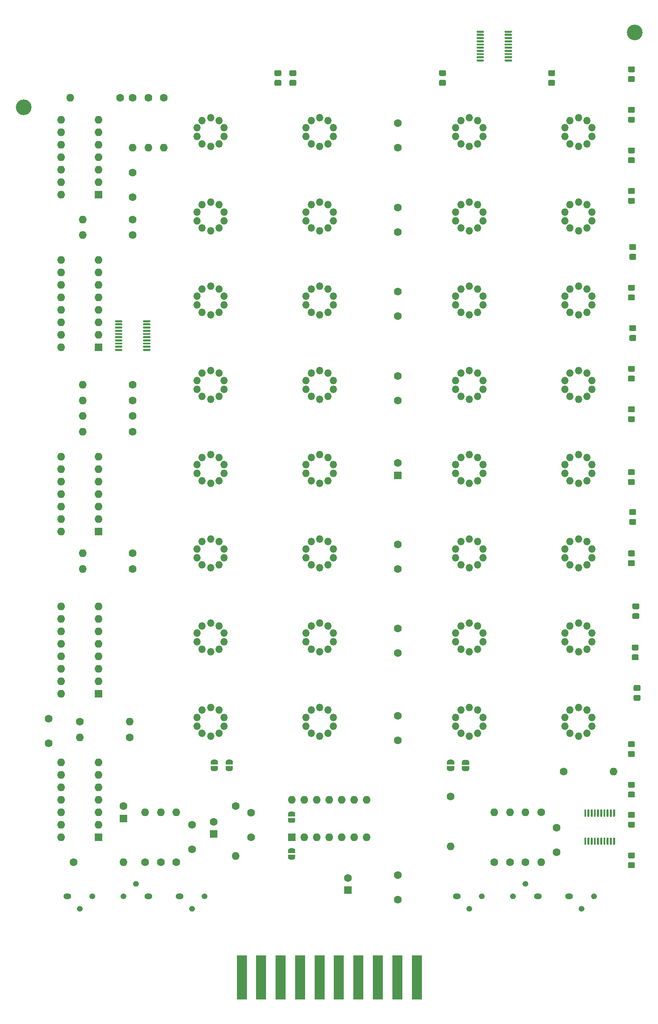
<source format=gbs>
G04 #@! TF.GenerationSoftware,KiCad,Pcbnew,(5.1.12)-1*
G04 #@! TF.CreationDate,2023-07-18T15:35:10+01:00*
G04 #@! TF.ProjectId,Memory,4d656d6f-7279-42e6-9b69-6361645f7063,rev?*
G04 #@! TF.SameCoordinates,Original*
G04 #@! TF.FileFunction,Soldermask,Bot*
G04 #@! TF.FilePolarity,Negative*
%FSLAX46Y46*%
G04 Gerber Fmt 4.6, Leading zero omitted, Abs format (unit mm)*
G04 Created by KiCad (PCBNEW (5.1.12)-1) date 2023-07-18 15:35:10*
%MOMM*%
%LPD*%
G01*
G04 APERTURE LIST*
%ADD10C,3.200000*%
%ADD11C,0.100000*%
%ADD12R,2.000000X9.000000*%
%ADD13O,1.600000X1.600000*%
%ADD14R,1.600000X1.600000*%
%ADD15C,1.600000*%
%ADD16O,1.500000X1.500000*%
%ADD17O,1.200000X1.200000*%
%ADD18O,1.600000X1.200000*%
G04 APERTURE END LIST*
D10*
X172085000Y-1905000D03*
X47625000Y-17145000D03*
D11*
G36*
X87236398Y-151765000D02*
G01*
X87236398Y-151789534D01*
X87231588Y-151838365D01*
X87222016Y-151886490D01*
X87207772Y-151933445D01*
X87188995Y-151978778D01*
X87165864Y-152022051D01*
X87138604Y-152062850D01*
X87107476Y-152100779D01*
X87072779Y-152135476D01*
X87034850Y-152166604D01*
X86994051Y-152193864D01*
X86950778Y-152216995D01*
X86905445Y-152235772D01*
X86858490Y-152250016D01*
X86810365Y-152259588D01*
X86761534Y-152264398D01*
X86737000Y-152264398D01*
X86737000Y-152265000D01*
X86237000Y-152265000D01*
X86237000Y-152264398D01*
X86212466Y-152264398D01*
X86163635Y-152259588D01*
X86115510Y-152250016D01*
X86068555Y-152235772D01*
X86023222Y-152216995D01*
X85979949Y-152193864D01*
X85939150Y-152166604D01*
X85901221Y-152135476D01*
X85866524Y-152100779D01*
X85835396Y-152062850D01*
X85808136Y-152022051D01*
X85785005Y-151978778D01*
X85766228Y-151933445D01*
X85751984Y-151886490D01*
X85742412Y-151838365D01*
X85737602Y-151789534D01*
X85737602Y-151765000D01*
X85737000Y-151765000D01*
X85737000Y-151265000D01*
X87237000Y-151265000D01*
X87237000Y-151765000D01*
X87236398Y-151765000D01*
G37*
G36*
X85737000Y-150965000D02*
G01*
X85737000Y-150465000D01*
X85737602Y-150465000D01*
X85737602Y-150440466D01*
X85742412Y-150391635D01*
X85751984Y-150343510D01*
X85766228Y-150296555D01*
X85785005Y-150251222D01*
X85808136Y-150207949D01*
X85835396Y-150167150D01*
X85866524Y-150129221D01*
X85901221Y-150094524D01*
X85939150Y-150063396D01*
X85979949Y-150036136D01*
X86023222Y-150013005D01*
X86068555Y-149994228D01*
X86115510Y-149979984D01*
X86163635Y-149970412D01*
X86212466Y-149965602D01*
X86237000Y-149965602D01*
X86237000Y-149965000D01*
X86737000Y-149965000D01*
X86737000Y-149965602D01*
X86761534Y-149965602D01*
X86810365Y-149970412D01*
X86858490Y-149979984D01*
X86905445Y-149994228D01*
X86950778Y-150013005D01*
X86994051Y-150036136D01*
X87034850Y-150063396D01*
X87072779Y-150094524D01*
X87107476Y-150129221D01*
X87138604Y-150167150D01*
X87165864Y-150207949D01*
X87188995Y-150251222D01*
X87207772Y-150296555D01*
X87222016Y-150343510D01*
X87231588Y-150391635D01*
X87236398Y-150440466D01*
X87236398Y-150465000D01*
X87237000Y-150465000D01*
X87237000Y-150965000D01*
X85737000Y-150965000D01*
G37*
G36*
G01*
X170999999Y-92840000D02*
X171900001Y-92840000D01*
G75*
G02*
X172150000Y-93089999I0J-249999D01*
G01*
X172150000Y-93790001D01*
G75*
G02*
X171900001Y-94040000I-249999J0D01*
G01*
X170999999Y-94040000D01*
G75*
G02*
X170750000Y-93790001I0J249999D01*
G01*
X170750000Y-93089999D01*
G75*
G02*
X170999999Y-92840000I249999J0D01*
G01*
G37*
G36*
G01*
X170999999Y-90840000D02*
X171900001Y-90840000D01*
G75*
G02*
X172150000Y-91089999I0J-249999D01*
G01*
X172150000Y-91790001D01*
G75*
G02*
X171900001Y-92040000I-249999J0D01*
G01*
X170999999Y-92040000D01*
G75*
G02*
X170750000Y-91790001I0J249999D01*
G01*
X170750000Y-91089999D01*
G75*
G02*
X170999999Y-90840000I249999J0D01*
G01*
G37*
G36*
G01*
X99891001Y-10792000D02*
X98990999Y-10792000D01*
G75*
G02*
X98741000Y-10542001I0J249999D01*
G01*
X98741000Y-9841999D01*
G75*
G02*
X98990999Y-9592000I249999J0D01*
G01*
X99891001Y-9592000D01*
G75*
G02*
X100141000Y-9841999I0J-249999D01*
G01*
X100141000Y-10542001D01*
G75*
G02*
X99891001Y-10792000I-249999J0D01*
G01*
G37*
G36*
G01*
X99891001Y-12792000D02*
X98990999Y-12792000D01*
G75*
G02*
X98741000Y-12542001I0J249999D01*
G01*
X98741000Y-11841999D01*
G75*
G02*
X98990999Y-11592000I249999J0D01*
G01*
X99891001Y-11592000D01*
G75*
G02*
X100141000Y-11841999I0J-249999D01*
G01*
X100141000Y-12542001D01*
G75*
G02*
X99891001Y-12792000I-249999J0D01*
G01*
G37*
G36*
G01*
X167998000Y-161578000D02*
X167798000Y-161578000D01*
G75*
G02*
X167698000Y-161478000I0J100000D01*
G01*
X167698000Y-160203000D01*
G75*
G02*
X167798000Y-160103000I100000J0D01*
G01*
X167998000Y-160103000D01*
G75*
G02*
X168098000Y-160203000I0J-100000D01*
G01*
X168098000Y-161478000D01*
G75*
G02*
X167998000Y-161578000I-100000J0D01*
G01*
G37*
G36*
G01*
X167348000Y-161578000D02*
X167148000Y-161578000D01*
G75*
G02*
X167048000Y-161478000I0J100000D01*
G01*
X167048000Y-160203000D01*
G75*
G02*
X167148000Y-160103000I100000J0D01*
G01*
X167348000Y-160103000D01*
G75*
G02*
X167448000Y-160203000I0J-100000D01*
G01*
X167448000Y-161478000D01*
G75*
G02*
X167348000Y-161578000I-100000J0D01*
G01*
G37*
G36*
G01*
X166698000Y-161578000D02*
X166498000Y-161578000D01*
G75*
G02*
X166398000Y-161478000I0J100000D01*
G01*
X166398000Y-160203000D01*
G75*
G02*
X166498000Y-160103000I100000J0D01*
G01*
X166698000Y-160103000D01*
G75*
G02*
X166798000Y-160203000I0J-100000D01*
G01*
X166798000Y-161478000D01*
G75*
G02*
X166698000Y-161578000I-100000J0D01*
G01*
G37*
G36*
G01*
X166048000Y-161578000D02*
X165848000Y-161578000D01*
G75*
G02*
X165748000Y-161478000I0J100000D01*
G01*
X165748000Y-160203000D01*
G75*
G02*
X165848000Y-160103000I100000J0D01*
G01*
X166048000Y-160103000D01*
G75*
G02*
X166148000Y-160203000I0J-100000D01*
G01*
X166148000Y-161478000D01*
G75*
G02*
X166048000Y-161578000I-100000J0D01*
G01*
G37*
G36*
G01*
X165398000Y-161578000D02*
X165198000Y-161578000D01*
G75*
G02*
X165098000Y-161478000I0J100000D01*
G01*
X165098000Y-160203000D01*
G75*
G02*
X165198000Y-160103000I100000J0D01*
G01*
X165398000Y-160103000D01*
G75*
G02*
X165498000Y-160203000I0J-100000D01*
G01*
X165498000Y-161478000D01*
G75*
G02*
X165398000Y-161578000I-100000J0D01*
G01*
G37*
G36*
G01*
X164748000Y-161578000D02*
X164548000Y-161578000D01*
G75*
G02*
X164448000Y-161478000I0J100000D01*
G01*
X164448000Y-160203000D01*
G75*
G02*
X164548000Y-160103000I100000J0D01*
G01*
X164748000Y-160103000D01*
G75*
G02*
X164848000Y-160203000I0J-100000D01*
G01*
X164848000Y-161478000D01*
G75*
G02*
X164748000Y-161578000I-100000J0D01*
G01*
G37*
G36*
G01*
X164098000Y-161578000D02*
X163898000Y-161578000D01*
G75*
G02*
X163798000Y-161478000I0J100000D01*
G01*
X163798000Y-160203000D01*
G75*
G02*
X163898000Y-160103000I100000J0D01*
G01*
X164098000Y-160103000D01*
G75*
G02*
X164198000Y-160203000I0J-100000D01*
G01*
X164198000Y-161478000D01*
G75*
G02*
X164098000Y-161578000I-100000J0D01*
G01*
G37*
G36*
G01*
X163448000Y-161578000D02*
X163248000Y-161578000D01*
G75*
G02*
X163148000Y-161478000I0J100000D01*
G01*
X163148000Y-160203000D01*
G75*
G02*
X163248000Y-160103000I100000J0D01*
G01*
X163448000Y-160103000D01*
G75*
G02*
X163548000Y-160203000I0J-100000D01*
G01*
X163548000Y-161478000D01*
G75*
G02*
X163448000Y-161578000I-100000J0D01*
G01*
G37*
G36*
G01*
X162798000Y-161578000D02*
X162598000Y-161578000D01*
G75*
G02*
X162498000Y-161478000I0J100000D01*
G01*
X162498000Y-160203000D01*
G75*
G02*
X162598000Y-160103000I100000J0D01*
G01*
X162798000Y-160103000D01*
G75*
G02*
X162898000Y-160203000I0J-100000D01*
G01*
X162898000Y-161478000D01*
G75*
G02*
X162798000Y-161578000I-100000J0D01*
G01*
G37*
G36*
G01*
X162148000Y-161578000D02*
X161948000Y-161578000D01*
G75*
G02*
X161848000Y-161478000I0J100000D01*
G01*
X161848000Y-160203000D01*
G75*
G02*
X161948000Y-160103000I100000J0D01*
G01*
X162148000Y-160103000D01*
G75*
G02*
X162248000Y-160203000I0J-100000D01*
G01*
X162248000Y-161478000D01*
G75*
G02*
X162148000Y-161578000I-100000J0D01*
G01*
G37*
G36*
G01*
X162148000Y-167303000D02*
X161948000Y-167303000D01*
G75*
G02*
X161848000Y-167203000I0J100000D01*
G01*
X161848000Y-165928000D01*
G75*
G02*
X161948000Y-165828000I100000J0D01*
G01*
X162148000Y-165828000D01*
G75*
G02*
X162248000Y-165928000I0J-100000D01*
G01*
X162248000Y-167203000D01*
G75*
G02*
X162148000Y-167303000I-100000J0D01*
G01*
G37*
G36*
G01*
X162798000Y-167303000D02*
X162598000Y-167303000D01*
G75*
G02*
X162498000Y-167203000I0J100000D01*
G01*
X162498000Y-165928000D01*
G75*
G02*
X162598000Y-165828000I100000J0D01*
G01*
X162798000Y-165828000D01*
G75*
G02*
X162898000Y-165928000I0J-100000D01*
G01*
X162898000Y-167203000D01*
G75*
G02*
X162798000Y-167303000I-100000J0D01*
G01*
G37*
G36*
G01*
X163448000Y-167303000D02*
X163248000Y-167303000D01*
G75*
G02*
X163148000Y-167203000I0J100000D01*
G01*
X163148000Y-165928000D01*
G75*
G02*
X163248000Y-165828000I100000J0D01*
G01*
X163448000Y-165828000D01*
G75*
G02*
X163548000Y-165928000I0J-100000D01*
G01*
X163548000Y-167203000D01*
G75*
G02*
X163448000Y-167303000I-100000J0D01*
G01*
G37*
G36*
G01*
X164098000Y-167303000D02*
X163898000Y-167303000D01*
G75*
G02*
X163798000Y-167203000I0J100000D01*
G01*
X163798000Y-165928000D01*
G75*
G02*
X163898000Y-165828000I100000J0D01*
G01*
X164098000Y-165828000D01*
G75*
G02*
X164198000Y-165928000I0J-100000D01*
G01*
X164198000Y-167203000D01*
G75*
G02*
X164098000Y-167303000I-100000J0D01*
G01*
G37*
G36*
G01*
X164748000Y-167303000D02*
X164548000Y-167303000D01*
G75*
G02*
X164448000Y-167203000I0J100000D01*
G01*
X164448000Y-165928000D01*
G75*
G02*
X164548000Y-165828000I100000J0D01*
G01*
X164748000Y-165828000D01*
G75*
G02*
X164848000Y-165928000I0J-100000D01*
G01*
X164848000Y-167203000D01*
G75*
G02*
X164748000Y-167303000I-100000J0D01*
G01*
G37*
G36*
G01*
X165398000Y-167303000D02*
X165198000Y-167303000D01*
G75*
G02*
X165098000Y-167203000I0J100000D01*
G01*
X165098000Y-165928000D01*
G75*
G02*
X165198000Y-165828000I100000J0D01*
G01*
X165398000Y-165828000D01*
G75*
G02*
X165498000Y-165928000I0J-100000D01*
G01*
X165498000Y-167203000D01*
G75*
G02*
X165398000Y-167303000I-100000J0D01*
G01*
G37*
G36*
G01*
X166048000Y-167303000D02*
X165848000Y-167303000D01*
G75*
G02*
X165748000Y-167203000I0J100000D01*
G01*
X165748000Y-165928000D01*
G75*
G02*
X165848000Y-165828000I100000J0D01*
G01*
X166048000Y-165828000D01*
G75*
G02*
X166148000Y-165928000I0J-100000D01*
G01*
X166148000Y-167203000D01*
G75*
G02*
X166048000Y-167303000I-100000J0D01*
G01*
G37*
G36*
G01*
X166698000Y-167303000D02*
X166498000Y-167303000D01*
G75*
G02*
X166398000Y-167203000I0J100000D01*
G01*
X166398000Y-165928000D01*
G75*
G02*
X166498000Y-165828000I100000J0D01*
G01*
X166698000Y-165828000D01*
G75*
G02*
X166798000Y-165928000I0J-100000D01*
G01*
X166798000Y-167203000D01*
G75*
G02*
X166698000Y-167303000I-100000J0D01*
G01*
G37*
G36*
G01*
X167348000Y-167303000D02*
X167148000Y-167303000D01*
G75*
G02*
X167048000Y-167203000I0J100000D01*
G01*
X167048000Y-165928000D01*
G75*
G02*
X167148000Y-165828000I100000J0D01*
G01*
X167348000Y-165828000D01*
G75*
G02*
X167448000Y-165928000I0J-100000D01*
G01*
X167448000Y-167203000D01*
G75*
G02*
X167348000Y-167303000I-100000J0D01*
G01*
G37*
G36*
G01*
X167998000Y-167303000D02*
X167798000Y-167303000D01*
G75*
G02*
X167698000Y-167203000I0J100000D01*
G01*
X167698000Y-165928000D01*
G75*
G02*
X167798000Y-165828000I100000J0D01*
G01*
X167998000Y-165828000D01*
G75*
G02*
X168098000Y-165928000I0J-100000D01*
G01*
X168098000Y-167203000D01*
G75*
G02*
X167998000Y-167303000I-100000J0D01*
G01*
G37*
G36*
G01*
X71975000Y-66652000D02*
X71975000Y-66452000D01*
G75*
G02*
X72075000Y-66352000I100000J0D01*
G01*
X73350000Y-66352000D01*
G75*
G02*
X73450000Y-66452000I0J-100000D01*
G01*
X73450000Y-66652000D01*
G75*
G02*
X73350000Y-66752000I-100000J0D01*
G01*
X72075000Y-66752000D01*
G75*
G02*
X71975000Y-66652000I0J100000D01*
G01*
G37*
G36*
G01*
X71975000Y-66002000D02*
X71975000Y-65802000D01*
G75*
G02*
X72075000Y-65702000I100000J0D01*
G01*
X73350000Y-65702000D01*
G75*
G02*
X73450000Y-65802000I0J-100000D01*
G01*
X73450000Y-66002000D01*
G75*
G02*
X73350000Y-66102000I-100000J0D01*
G01*
X72075000Y-66102000D01*
G75*
G02*
X71975000Y-66002000I0J100000D01*
G01*
G37*
G36*
G01*
X71975000Y-65352000D02*
X71975000Y-65152000D01*
G75*
G02*
X72075000Y-65052000I100000J0D01*
G01*
X73350000Y-65052000D01*
G75*
G02*
X73450000Y-65152000I0J-100000D01*
G01*
X73450000Y-65352000D01*
G75*
G02*
X73350000Y-65452000I-100000J0D01*
G01*
X72075000Y-65452000D01*
G75*
G02*
X71975000Y-65352000I0J100000D01*
G01*
G37*
G36*
G01*
X71975000Y-64702000D02*
X71975000Y-64502000D01*
G75*
G02*
X72075000Y-64402000I100000J0D01*
G01*
X73350000Y-64402000D01*
G75*
G02*
X73450000Y-64502000I0J-100000D01*
G01*
X73450000Y-64702000D01*
G75*
G02*
X73350000Y-64802000I-100000J0D01*
G01*
X72075000Y-64802000D01*
G75*
G02*
X71975000Y-64702000I0J100000D01*
G01*
G37*
G36*
G01*
X71975000Y-64052000D02*
X71975000Y-63852000D01*
G75*
G02*
X72075000Y-63752000I100000J0D01*
G01*
X73350000Y-63752000D01*
G75*
G02*
X73450000Y-63852000I0J-100000D01*
G01*
X73450000Y-64052000D01*
G75*
G02*
X73350000Y-64152000I-100000J0D01*
G01*
X72075000Y-64152000D01*
G75*
G02*
X71975000Y-64052000I0J100000D01*
G01*
G37*
G36*
G01*
X71975000Y-63402000D02*
X71975000Y-63202000D01*
G75*
G02*
X72075000Y-63102000I100000J0D01*
G01*
X73350000Y-63102000D01*
G75*
G02*
X73450000Y-63202000I0J-100000D01*
G01*
X73450000Y-63402000D01*
G75*
G02*
X73350000Y-63502000I-100000J0D01*
G01*
X72075000Y-63502000D01*
G75*
G02*
X71975000Y-63402000I0J100000D01*
G01*
G37*
G36*
G01*
X71975000Y-62752000D02*
X71975000Y-62552000D01*
G75*
G02*
X72075000Y-62452000I100000J0D01*
G01*
X73350000Y-62452000D01*
G75*
G02*
X73450000Y-62552000I0J-100000D01*
G01*
X73450000Y-62752000D01*
G75*
G02*
X73350000Y-62852000I-100000J0D01*
G01*
X72075000Y-62852000D01*
G75*
G02*
X71975000Y-62752000I0J100000D01*
G01*
G37*
G36*
G01*
X71975000Y-62102000D02*
X71975000Y-61902000D01*
G75*
G02*
X72075000Y-61802000I100000J0D01*
G01*
X73350000Y-61802000D01*
G75*
G02*
X73450000Y-61902000I0J-100000D01*
G01*
X73450000Y-62102000D01*
G75*
G02*
X73350000Y-62202000I-100000J0D01*
G01*
X72075000Y-62202000D01*
G75*
G02*
X71975000Y-62102000I0J100000D01*
G01*
G37*
G36*
G01*
X71975000Y-61452000D02*
X71975000Y-61252000D01*
G75*
G02*
X72075000Y-61152000I100000J0D01*
G01*
X73350000Y-61152000D01*
G75*
G02*
X73450000Y-61252000I0J-100000D01*
G01*
X73450000Y-61452000D01*
G75*
G02*
X73350000Y-61552000I-100000J0D01*
G01*
X72075000Y-61552000D01*
G75*
G02*
X71975000Y-61452000I0J100000D01*
G01*
G37*
G36*
G01*
X71975000Y-60802000D02*
X71975000Y-60602000D01*
G75*
G02*
X72075000Y-60502000I100000J0D01*
G01*
X73350000Y-60502000D01*
G75*
G02*
X73450000Y-60602000I0J-100000D01*
G01*
X73450000Y-60802000D01*
G75*
G02*
X73350000Y-60902000I-100000J0D01*
G01*
X72075000Y-60902000D01*
G75*
G02*
X71975000Y-60802000I0J100000D01*
G01*
G37*
G36*
G01*
X66250000Y-60802000D02*
X66250000Y-60602000D01*
G75*
G02*
X66350000Y-60502000I100000J0D01*
G01*
X67625000Y-60502000D01*
G75*
G02*
X67725000Y-60602000I0J-100000D01*
G01*
X67725000Y-60802000D01*
G75*
G02*
X67625000Y-60902000I-100000J0D01*
G01*
X66350000Y-60902000D01*
G75*
G02*
X66250000Y-60802000I0J100000D01*
G01*
G37*
G36*
G01*
X66250000Y-61452000D02*
X66250000Y-61252000D01*
G75*
G02*
X66350000Y-61152000I100000J0D01*
G01*
X67625000Y-61152000D01*
G75*
G02*
X67725000Y-61252000I0J-100000D01*
G01*
X67725000Y-61452000D01*
G75*
G02*
X67625000Y-61552000I-100000J0D01*
G01*
X66350000Y-61552000D01*
G75*
G02*
X66250000Y-61452000I0J100000D01*
G01*
G37*
G36*
G01*
X66250000Y-62102000D02*
X66250000Y-61902000D01*
G75*
G02*
X66350000Y-61802000I100000J0D01*
G01*
X67625000Y-61802000D01*
G75*
G02*
X67725000Y-61902000I0J-100000D01*
G01*
X67725000Y-62102000D01*
G75*
G02*
X67625000Y-62202000I-100000J0D01*
G01*
X66350000Y-62202000D01*
G75*
G02*
X66250000Y-62102000I0J100000D01*
G01*
G37*
G36*
G01*
X66250000Y-62752000D02*
X66250000Y-62552000D01*
G75*
G02*
X66350000Y-62452000I100000J0D01*
G01*
X67625000Y-62452000D01*
G75*
G02*
X67725000Y-62552000I0J-100000D01*
G01*
X67725000Y-62752000D01*
G75*
G02*
X67625000Y-62852000I-100000J0D01*
G01*
X66350000Y-62852000D01*
G75*
G02*
X66250000Y-62752000I0J100000D01*
G01*
G37*
G36*
G01*
X66250000Y-63402000D02*
X66250000Y-63202000D01*
G75*
G02*
X66350000Y-63102000I100000J0D01*
G01*
X67625000Y-63102000D01*
G75*
G02*
X67725000Y-63202000I0J-100000D01*
G01*
X67725000Y-63402000D01*
G75*
G02*
X67625000Y-63502000I-100000J0D01*
G01*
X66350000Y-63502000D01*
G75*
G02*
X66250000Y-63402000I0J100000D01*
G01*
G37*
G36*
G01*
X66250000Y-64052000D02*
X66250000Y-63852000D01*
G75*
G02*
X66350000Y-63752000I100000J0D01*
G01*
X67625000Y-63752000D01*
G75*
G02*
X67725000Y-63852000I0J-100000D01*
G01*
X67725000Y-64052000D01*
G75*
G02*
X67625000Y-64152000I-100000J0D01*
G01*
X66350000Y-64152000D01*
G75*
G02*
X66250000Y-64052000I0J100000D01*
G01*
G37*
G36*
G01*
X66250000Y-64702000D02*
X66250000Y-64502000D01*
G75*
G02*
X66350000Y-64402000I100000J0D01*
G01*
X67625000Y-64402000D01*
G75*
G02*
X67725000Y-64502000I0J-100000D01*
G01*
X67725000Y-64702000D01*
G75*
G02*
X67625000Y-64802000I-100000J0D01*
G01*
X66350000Y-64802000D01*
G75*
G02*
X66250000Y-64702000I0J100000D01*
G01*
G37*
G36*
G01*
X66250000Y-65352000D02*
X66250000Y-65152000D01*
G75*
G02*
X66350000Y-65052000I100000J0D01*
G01*
X67625000Y-65052000D01*
G75*
G02*
X67725000Y-65152000I0J-100000D01*
G01*
X67725000Y-65352000D01*
G75*
G02*
X67625000Y-65452000I-100000J0D01*
G01*
X66350000Y-65452000D01*
G75*
G02*
X66250000Y-65352000I0J100000D01*
G01*
G37*
G36*
G01*
X66250000Y-66002000D02*
X66250000Y-65802000D01*
G75*
G02*
X66350000Y-65702000I100000J0D01*
G01*
X67625000Y-65702000D01*
G75*
G02*
X67725000Y-65802000I0J-100000D01*
G01*
X67725000Y-66002000D01*
G75*
G02*
X67625000Y-66102000I-100000J0D01*
G01*
X66350000Y-66102000D01*
G75*
G02*
X66250000Y-66002000I0J100000D01*
G01*
G37*
G36*
G01*
X66250000Y-66652000D02*
X66250000Y-66452000D01*
G75*
G02*
X66350000Y-66352000I100000J0D01*
G01*
X67625000Y-66352000D01*
G75*
G02*
X67725000Y-66452000I0J-100000D01*
G01*
X67725000Y-66652000D01*
G75*
G02*
X67625000Y-66752000I-100000J0D01*
G01*
X66350000Y-66752000D01*
G75*
G02*
X66250000Y-66652000I0J100000D01*
G01*
G37*
G36*
G01*
X145635000Y-7724000D02*
X145635000Y-7524000D01*
G75*
G02*
X145735000Y-7424000I100000J0D01*
G01*
X147010000Y-7424000D01*
G75*
G02*
X147110000Y-7524000I0J-100000D01*
G01*
X147110000Y-7724000D01*
G75*
G02*
X147010000Y-7824000I-100000J0D01*
G01*
X145735000Y-7824000D01*
G75*
G02*
X145635000Y-7724000I0J100000D01*
G01*
G37*
G36*
G01*
X145635000Y-7074000D02*
X145635000Y-6874000D01*
G75*
G02*
X145735000Y-6774000I100000J0D01*
G01*
X147010000Y-6774000D01*
G75*
G02*
X147110000Y-6874000I0J-100000D01*
G01*
X147110000Y-7074000D01*
G75*
G02*
X147010000Y-7174000I-100000J0D01*
G01*
X145735000Y-7174000D01*
G75*
G02*
X145635000Y-7074000I0J100000D01*
G01*
G37*
G36*
G01*
X145635000Y-6424000D02*
X145635000Y-6224000D01*
G75*
G02*
X145735000Y-6124000I100000J0D01*
G01*
X147010000Y-6124000D01*
G75*
G02*
X147110000Y-6224000I0J-100000D01*
G01*
X147110000Y-6424000D01*
G75*
G02*
X147010000Y-6524000I-100000J0D01*
G01*
X145735000Y-6524000D01*
G75*
G02*
X145635000Y-6424000I0J100000D01*
G01*
G37*
G36*
G01*
X145635000Y-5774000D02*
X145635000Y-5574000D01*
G75*
G02*
X145735000Y-5474000I100000J0D01*
G01*
X147010000Y-5474000D01*
G75*
G02*
X147110000Y-5574000I0J-100000D01*
G01*
X147110000Y-5774000D01*
G75*
G02*
X147010000Y-5874000I-100000J0D01*
G01*
X145735000Y-5874000D01*
G75*
G02*
X145635000Y-5774000I0J100000D01*
G01*
G37*
G36*
G01*
X145635000Y-5124000D02*
X145635000Y-4924000D01*
G75*
G02*
X145735000Y-4824000I100000J0D01*
G01*
X147010000Y-4824000D01*
G75*
G02*
X147110000Y-4924000I0J-100000D01*
G01*
X147110000Y-5124000D01*
G75*
G02*
X147010000Y-5224000I-100000J0D01*
G01*
X145735000Y-5224000D01*
G75*
G02*
X145635000Y-5124000I0J100000D01*
G01*
G37*
G36*
G01*
X145635000Y-4474000D02*
X145635000Y-4274000D01*
G75*
G02*
X145735000Y-4174000I100000J0D01*
G01*
X147010000Y-4174000D01*
G75*
G02*
X147110000Y-4274000I0J-100000D01*
G01*
X147110000Y-4474000D01*
G75*
G02*
X147010000Y-4574000I-100000J0D01*
G01*
X145735000Y-4574000D01*
G75*
G02*
X145635000Y-4474000I0J100000D01*
G01*
G37*
G36*
G01*
X145635000Y-3824000D02*
X145635000Y-3624000D01*
G75*
G02*
X145735000Y-3524000I100000J0D01*
G01*
X147010000Y-3524000D01*
G75*
G02*
X147110000Y-3624000I0J-100000D01*
G01*
X147110000Y-3824000D01*
G75*
G02*
X147010000Y-3924000I-100000J0D01*
G01*
X145735000Y-3924000D01*
G75*
G02*
X145635000Y-3824000I0J100000D01*
G01*
G37*
G36*
G01*
X145635000Y-3174000D02*
X145635000Y-2974000D01*
G75*
G02*
X145735000Y-2874000I100000J0D01*
G01*
X147010000Y-2874000D01*
G75*
G02*
X147110000Y-2974000I0J-100000D01*
G01*
X147110000Y-3174000D01*
G75*
G02*
X147010000Y-3274000I-100000J0D01*
G01*
X145735000Y-3274000D01*
G75*
G02*
X145635000Y-3174000I0J100000D01*
G01*
G37*
G36*
G01*
X145635000Y-2524000D02*
X145635000Y-2324000D01*
G75*
G02*
X145735000Y-2224000I100000J0D01*
G01*
X147010000Y-2224000D01*
G75*
G02*
X147110000Y-2324000I0J-100000D01*
G01*
X147110000Y-2524000D01*
G75*
G02*
X147010000Y-2624000I-100000J0D01*
G01*
X145735000Y-2624000D01*
G75*
G02*
X145635000Y-2524000I0J100000D01*
G01*
G37*
G36*
G01*
X145635000Y-1874000D02*
X145635000Y-1674000D01*
G75*
G02*
X145735000Y-1574000I100000J0D01*
G01*
X147010000Y-1574000D01*
G75*
G02*
X147110000Y-1674000I0J-100000D01*
G01*
X147110000Y-1874000D01*
G75*
G02*
X147010000Y-1974000I-100000J0D01*
G01*
X145735000Y-1974000D01*
G75*
G02*
X145635000Y-1874000I0J100000D01*
G01*
G37*
G36*
G01*
X139910000Y-1874000D02*
X139910000Y-1674000D01*
G75*
G02*
X140010000Y-1574000I100000J0D01*
G01*
X141285000Y-1574000D01*
G75*
G02*
X141385000Y-1674000I0J-100000D01*
G01*
X141385000Y-1874000D01*
G75*
G02*
X141285000Y-1974000I-100000J0D01*
G01*
X140010000Y-1974000D01*
G75*
G02*
X139910000Y-1874000I0J100000D01*
G01*
G37*
G36*
G01*
X139910000Y-2524000D02*
X139910000Y-2324000D01*
G75*
G02*
X140010000Y-2224000I100000J0D01*
G01*
X141285000Y-2224000D01*
G75*
G02*
X141385000Y-2324000I0J-100000D01*
G01*
X141385000Y-2524000D01*
G75*
G02*
X141285000Y-2624000I-100000J0D01*
G01*
X140010000Y-2624000D01*
G75*
G02*
X139910000Y-2524000I0J100000D01*
G01*
G37*
G36*
G01*
X139910000Y-3174000D02*
X139910000Y-2974000D01*
G75*
G02*
X140010000Y-2874000I100000J0D01*
G01*
X141285000Y-2874000D01*
G75*
G02*
X141385000Y-2974000I0J-100000D01*
G01*
X141385000Y-3174000D01*
G75*
G02*
X141285000Y-3274000I-100000J0D01*
G01*
X140010000Y-3274000D01*
G75*
G02*
X139910000Y-3174000I0J100000D01*
G01*
G37*
G36*
G01*
X139910000Y-3824000D02*
X139910000Y-3624000D01*
G75*
G02*
X140010000Y-3524000I100000J0D01*
G01*
X141285000Y-3524000D01*
G75*
G02*
X141385000Y-3624000I0J-100000D01*
G01*
X141385000Y-3824000D01*
G75*
G02*
X141285000Y-3924000I-100000J0D01*
G01*
X140010000Y-3924000D01*
G75*
G02*
X139910000Y-3824000I0J100000D01*
G01*
G37*
G36*
G01*
X139910000Y-4474000D02*
X139910000Y-4274000D01*
G75*
G02*
X140010000Y-4174000I100000J0D01*
G01*
X141285000Y-4174000D01*
G75*
G02*
X141385000Y-4274000I0J-100000D01*
G01*
X141385000Y-4474000D01*
G75*
G02*
X141285000Y-4574000I-100000J0D01*
G01*
X140010000Y-4574000D01*
G75*
G02*
X139910000Y-4474000I0J100000D01*
G01*
G37*
G36*
G01*
X139910000Y-5124000D02*
X139910000Y-4924000D01*
G75*
G02*
X140010000Y-4824000I100000J0D01*
G01*
X141285000Y-4824000D01*
G75*
G02*
X141385000Y-4924000I0J-100000D01*
G01*
X141385000Y-5124000D01*
G75*
G02*
X141285000Y-5224000I-100000J0D01*
G01*
X140010000Y-5224000D01*
G75*
G02*
X139910000Y-5124000I0J100000D01*
G01*
G37*
G36*
G01*
X139910000Y-5774000D02*
X139910000Y-5574000D01*
G75*
G02*
X140010000Y-5474000I100000J0D01*
G01*
X141285000Y-5474000D01*
G75*
G02*
X141385000Y-5574000I0J-100000D01*
G01*
X141385000Y-5774000D01*
G75*
G02*
X141285000Y-5874000I-100000J0D01*
G01*
X140010000Y-5874000D01*
G75*
G02*
X139910000Y-5774000I0J100000D01*
G01*
G37*
G36*
G01*
X139910000Y-6424000D02*
X139910000Y-6224000D01*
G75*
G02*
X140010000Y-6124000I100000J0D01*
G01*
X141285000Y-6124000D01*
G75*
G02*
X141385000Y-6224000I0J-100000D01*
G01*
X141385000Y-6424000D01*
G75*
G02*
X141285000Y-6524000I-100000J0D01*
G01*
X140010000Y-6524000D01*
G75*
G02*
X139910000Y-6424000I0J100000D01*
G01*
G37*
G36*
G01*
X139910000Y-7074000D02*
X139910000Y-6874000D01*
G75*
G02*
X140010000Y-6774000I100000J0D01*
G01*
X141285000Y-6774000D01*
G75*
G02*
X141385000Y-6874000I0J-100000D01*
G01*
X141385000Y-7074000D01*
G75*
G02*
X141285000Y-7174000I-100000J0D01*
G01*
X140010000Y-7174000D01*
G75*
G02*
X139910000Y-7074000I0J100000D01*
G01*
G37*
G36*
G01*
X139910000Y-7724000D02*
X139910000Y-7524000D01*
G75*
G02*
X140010000Y-7424000I100000J0D01*
G01*
X141285000Y-7424000D01*
G75*
G02*
X141385000Y-7524000I0J-100000D01*
G01*
X141385000Y-7724000D01*
G75*
G02*
X141285000Y-7824000I-100000J0D01*
G01*
X140010000Y-7824000D01*
G75*
G02*
X139910000Y-7724000I0J100000D01*
G01*
G37*
G36*
G01*
X155644001Y-10792000D02*
X154743999Y-10792000D01*
G75*
G02*
X154494000Y-10542001I0J249999D01*
G01*
X154494000Y-9841999D01*
G75*
G02*
X154743999Y-9592000I249999J0D01*
G01*
X155644001Y-9592000D01*
G75*
G02*
X155894000Y-9841999I0J-249999D01*
G01*
X155894000Y-10542001D01*
G75*
G02*
X155644001Y-10792000I-249999J0D01*
G01*
G37*
G36*
G01*
X155644001Y-12792000D02*
X154743999Y-12792000D01*
G75*
G02*
X154494000Y-12542001I0J249999D01*
G01*
X154494000Y-11841999D01*
G75*
G02*
X154743999Y-11592000I249999J0D01*
G01*
X155644001Y-11592000D01*
G75*
G02*
X155894000Y-11841999I0J-249999D01*
G01*
X155894000Y-12542001D01*
G75*
G02*
X155644001Y-12792000I-249999J0D01*
G01*
G37*
G36*
G01*
X133419001Y-10792000D02*
X132518999Y-10792000D01*
G75*
G02*
X132269000Y-10542001I0J249999D01*
G01*
X132269000Y-9841999D01*
G75*
G02*
X132518999Y-9592000I249999J0D01*
G01*
X133419001Y-9592000D01*
G75*
G02*
X133669000Y-9841999I0J-249999D01*
G01*
X133669000Y-10542001D01*
G75*
G02*
X133419001Y-10792000I-249999J0D01*
G01*
G37*
G36*
G01*
X133419001Y-12792000D02*
X132518999Y-12792000D01*
G75*
G02*
X132269000Y-12542001I0J249999D01*
G01*
X132269000Y-11841999D01*
G75*
G02*
X132518999Y-11592000I249999J0D01*
G01*
X133419001Y-11592000D01*
G75*
G02*
X133669000Y-11841999I0J-249999D01*
G01*
X133669000Y-12542001D01*
G75*
G02*
X133419001Y-12792000I-249999J0D01*
G01*
G37*
G36*
G01*
X102939001Y-10792000D02*
X102038999Y-10792000D01*
G75*
G02*
X101789000Y-10542001I0J249999D01*
G01*
X101789000Y-9841999D01*
G75*
G02*
X102038999Y-9592000I249999J0D01*
G01*
X102939001Y-9592000D01*
G75*
G02*
X103189000Y-9841999I0J-249999D01*
G01*
X103189000Y-10542001D01*
G75*
G02*
X102939001Y-10792000I-249999J0D01*
G01*
G37*
G36*
G01*
X102939001Y-12792000D02*
X102038999Y-12792000D01*
G75*
G02*
X101789000Y-12542001I0J249999D01*
G01*
X101789000Y-11841999D01*
G75*
G02*
X102038999Y-11592000I249999J0D01*
G01*
X102939001Y-11592000D01*
G75*
G02*
X103189000Y-11841999I0J-249999D01*
G01*
X103189000Y-12542001D01*
G75*
G02*
X102939001Y-12792000I-249999J0D01*
G01*
G37*
G36*
G01*
X170999999Y-109366000D02*
X171900001Y-109366000D01*
G75*
G02*
X172150000Y-109615999I0J-249999D01*
G01*
X172150000Y-110316001D01*
G75*
G02*
X171900001Y-110566000I-249999J0D01*
G01*
X170999999Y-110566000D01*
G75*
G02*
X170750000Y-110316001I0J249999D01*
G01*
X170750000Y-109615999D01*
G75*
G02*
X170999999Y-109366000I249999J0D01*
G01*
G37*
G36*
G01*
X170999999Y-107366000D02*
X171900001Y-107366000D01*
G75*
G02*
X172150000Y-107615999I0J-249999D01*
G01*
X172150000Y-108316001D01*
G75*
G02*
X171900001Y-108566000I-249999J0D01*
G01*
X170999999Y-108566000D01*
G75*
G02*
X170750000Y-108316001I0J249999D01*
G01*
X170750000Y-107615999D01*
G75*
G02*
X170999999Y-107366000I249999J0D01*
G01*
G37*
G36*
G01*
X171253999Y-100968000D02*
X172154001Y-100968000D01*
G75*
G02*
X172404000Y-101217999I0J-249999D01*
G01*
X172404000Y-101918001D01*
G75*
G02*
X172154001Y-102168000I-249999J0D01*
G01*
X171253999Y-102168000D01*
G75*
G02*
X171004000Y-101918001I0J249999D01*
G01*
X171004000Y-101217999D01*
G75*
G02*
X171253999Y-100968000I249999J0D01*
G01*
G37*
G36*
G01*
X171253999Y-98968000D02*
X172154001Y-98968000D01*
G75*
G02*
X172404000Y-99217999I0J-249999D01*
G01*
X172404000Y-99918001D01*
G75*
G02*
X172154001Y-100168000I-249999J0D01*
G01*
X171253999Y-100168000D01*
G75*
G02*
X171004000Y-99918001I0J249999D01*
G01*
X171004000Y-99217999D01*
G75*
G02*
X171253999Y-98968000I249999J0D01*
G01*
G37*
G36*
G01*
X171900001Y-79245000D02*
X170999999Y-79245000D01*
G75*
G02*
X170750000Y-78995001I0J249999D01*
G01*
X170750000Y-78294999D01*
G75*
G02*
X170999999Y-78045000I249999J0D01*
G01*
X171900001Y-78045000D01*
G75*
G02*
X172150000Y-78294999I0J-249999D01*
G01*
X172150000Y-78995001D01*
G75*
G02*
X171900001Y-79245000I-249999J0D01*
G01*
G37*
G36*
G01*
X171900001Y-81245000D02*
X170999999Y-81245000D01*
G75*
G02*
X170750000Y-80995001I0J249999D01*
G01*
X170750000Y-80294999D01*
G75*
G02*
X170999999Y-80045000I249999J0D01*
G01*
X171900001Y-80045000D01*
G75*
G02*
X172150000Y-80294999I0J-249999D01*
G01*
X172150000Y-80995001D01*
G75*
G02*
X171900001Y-81245000I-249999J0D01*
G01*
G37*
G36*
G01*
X171900001Y-70990000D02*
X170999999Y-70990000D01*
G75*
G02*
X170750000Y-70740001I0J249999D01*
G01*
X170750000Y-70039999D01*
G75*
G02*
X170999999Y-69790000I249999J0D01*
G01*
X171900001Y-69790000D01*
G75*
G02*
X172150000Y-70039999I0J-249999D01*
G01*
X172150000Y-70740001D01*
G75*
G02*
X171900001Y-70990000I-249999J0D01*
G01*
G37*
G36*
G01*
X171900001Y-72990000D02*
X170999999Y-72990000D01*
G75*
G02*
X170750000Y-72740001I0J249999D01*
G01*
X170750000Y-72039999D01*
G75*
G02*
X170999999Y-71790000I249999J0D01*
G01*
X171900001Y-71790000D01*
G75*
G02*
X172150000Y-72039999I0J-249999D01*
G01*
X172150000Y-72740001D01*
G75*
G02*
X171900001Y-72990000I-249999J0D01*
G01*
G37*
G36*
G01*
X172154001Y-62719000D02*
X171253999Y-62719000D01*
G75*
G02*
X171004000Y-62469001I0J249999D01*
G01*
X171004000Y-61768999D01*
G75*
G02*
X171253999Y-61519000I249999J0D01*
G01*
X172154001Y-61519000D01*
G75*
G02*
X172404000Y-61768999I0J-249999D01*
G01*
X172404000Y-62469001D01*
G75*
G02*
X172154001Y-62719000I-249999J0D01*
G01*
G37*
G36*
G01*
X172154001Y-64719000D02*
X171253999Y-64719000D01*
G75*
G02*
X171004000Y-64469001I0J249999D01*
G01*
X171004000Y-63768999D01*
G75*
G02*
X171253999Y-63519000I249999J0D01*
G01*
X172154001Y-63519000D01*
G75*
G02*
X172404000Y-63768999I0J-249999D01*
G01*
X172404000Y-64469001D01*
G75*
G02*
X172154001Y-64719000I-249999J0D01*
G01*
G37*
G36*
G01*
X171900001Y-54480000D02*
X170999999Y-54480000D01*
G75*
G02*
X170750000Y-54230001I0J249999D01*
G01*
X170750000Y-53529999D01*
G75*
G02*
X170999999Y-53280000I249999J0D01*
G01*
X171900001Y-53280000D01*
G75*
G02*
X172150000Y-53529999I0J-249999D01*
G01*
X172150000Y-54230001D01*
G75*
G02*
X171900001Y-54480000I-249999J0D01*
G01*
G37*
G36*
G01*
X171900001Y-56480000D02*
X170999999Y-56480000D01*
G75*
G02*
X170750000Y-56230001I0J249999D01*
G01*
X170750000Y-55529999D01*
G75*
G02*
X170999999Y-55280000I249999J0D01*
G01*
X171900001Y-55280000D01*
G75*
G02*
X172150000Y-55529999I0J-249999D01*
G01*
X172150000Y-56230001D01*
G75*
G02*
X171900001Y-56480000I-249999J0D01*
G01*
G37*
G36*
G01*
X172154001Y-46209000D02*
X171253999Y-46209000D01*
G75*
G02*
X171004000Y-45959001I0J249999D01*
G01*
X171004000Y-45258999D01*
G75*
G02*
X171253999Y-45009000I249999J0D01*
G01*
X172154001Y-45009000D01*
G75*
G02*
X172404000Y-45258999I0J-249999D01*
G01*
X172404000Y-45959001D01*
G75*
G02*
X172154001Y-46209000I-249999J0D01*
G01*
G37*
G36*
G01*
X172154001Y-48209000D02*
X171253999Y-48209000D01*
G75*
G02*
X171004000Y-47959001I0J249999D01*
G01*
X171004000Y-47258999D01*
G75*
G02*
X171253999Y-47009000I249999J0D01*
G01*
X172154001Y-47009000D01*
G75*
G02*
X172404000Y-47258999I0J-249999D01*
G01*
X172404000Y-47959001D01*
G75*
G02*
X172154001Y-48209000I-249999J0D01*
G01*
G37*
G36*
G01*
X171888999Y-120145000D02*
X172789001Y-120145000D01*
G75*
G02*
X173039000Y-120394999I0J-249999D01*
G01*
X173039000Y-121095001D01*
G75*
G02*
X172789001Y-121345000I-249999J0D01*
G01*
X171888999Y-121345000D01*
G75*
G02*
X171639000Y-121095001I0J249999D01*
G01*
X171639000Y-120394999D01*
G75*
G02*
X171888999Y-120145000I249999J0D01*
G01*
G37*
G36*
G01*
X171888999Y-118145000D02*
X172789001Y-118145000D01*
G75*
G02*
X173039000Y-118394999I0J-249999D01*
G01*
X173039000Y-119095001D01*
G75*
G02*
X172789001Y-119345000I-249999J0D01*
G01*
X171888999Y-119345000D01*
G75*
G02*
X171639000Y-119095001I0J249999D01*
G01*
X171639000Y-118394999D01*
G75*
G02*
X171888999Y-118145000I249999J0D01*
G01*
G37*
G36*
G01*
X170999999Y-156467000D02*
X171900001Y-156467000D01*
G75*
G02*
X172150000Y-156716999I0J-249999D01*
G01*
X172150000Y-157417001D01*
G75*
G02*
X171900001Y-157667000I-249999J0D01*
G01*
X170999999Y-157667000D01*
G75*
G02*
X170750000Y-157417001I0J249999D01*
G01*
X170750000Y-156716999D01*
G75*
G02*
X170999999Y-156467000I249999J0D01*
G01*
G37*
G36*
G01*
X170999999Y-154467000D02*
X171900001Y-154467000D01*
G75*
G02*
X172150000Y-154716999I0J-249999D01*
G01*
X172150000Y-155417001D01*
G75*
G02*
X171900001Y-155667000I-249999J0D01*
G01*
X170999999Y-155667000D01*
G75*
G02*
X170750000Y-155417001I0J249999D01*
G01*
X170750000Y-154716999D01*
G75*
G02*
X170999999Y-154467000I249999J0D01*
G01*
G37*
G36*
G01*
X171761999Y-128527000D02*
X172662001Y-128527000D01*
G75*
G02*
X172912000Y-128776999I0J-249999D01*
G01*
X172912000Y-129477001D01*
G75*
G02*
X172662001Y-129727000I-249999J0D01*
G01*
X171761999Y-129727000D01*
G75*
G02*
X171512000Y-129477001I0J249999D01*
G01*
X171512000Y-128776999D01*
G75*
G02*
X171761999Y-128527000I249999J0D01*
G01*
G37*
G36*
G01*
X171761999Y-126527000D02*
X172662001Y-126527000D01*
G75*
G02*
X172912000Y-126776999I0J-249999D01*
G01*
X172912000Y-127477001D01*
G75*
G02*
X172662001Y-127727000I-249999J0D01*
G01*
X171761999Y-127727000D01*
G75*
G02*
X171512000Y-127477001I0J249999D01*
G01*
X171512000Y-126776999D01*
G75*
G02*
X171761999Y-126527000I249999J0D01*
G01*
G37*
G36*
G01*
X172142999Y-136782000D02*
X173043001Y-136782000D01*
G75*
G02*
X173293000Y-137031999I0J-249999D01*
G01*
X173293000Y-137732001D01*
G75*
G02*
X173043001Y-137982000I-249999J0D01*
G01*
X172142999Y-137982000D01*
G75*
G02*
X171893000Y-137732001I0J249999D01*
G01*
X171893000Y-137031999D01*
G75*
G02*
X172142999Y-136782000I249999J0D01*
G01*
G37*
G36*
G01*
X172142999Y-134782000D02*
X173043001Y-134782000D01*
G75*
G02*
X173293000Y-135031999I0J-249999D01*
G01*
X173293000Y-135732001D01*
G75*
G02*
X173043001Y-135982000I-249999J0D01*
G01*
X172142999Y-135982000D01*
G75*
G02*
X171893000Y-135732001I0J249999D01*
G01*
X171893000Y-135031999D01*
G75*
G02*
X172142999Y-134782000I249999J0D01*
G01*
G37*
G36*
G01*
X170999999Y-148212000D02*
X171900001Y-148212000D01*
G75*
G02*
X172150000Y-148461999I0J-249999D01*
G01*
X172150000Y-149162001D01*
G75*
G02*
X171900001Y-149412000I-249999J0D01*
G01*
X170999999Y-149412000D01*
G75*
G02*
X170750000Y-149162001I0J249999D01*
G01*
X170750000Y-148461999D01*
G75*
G02*
X170999999Y-148212000I249999J0D01*
G01*
G37*
G36*
G01*
X170999999Y-146212000D02*
X171900001Y-146212000D01*
G75*
G02*
X172150000Y-146461999I0J-249999D01*
G01*
X172150000Y-147162001D01*
G75*
G02*
X171900001Y-147412000I-249999J0D01*
G01*
X170999999Y-147412000D01*
G75*
G02*
X170750000Y-147162001I0J249999D01*
G01*
X170750000Y-146461999D01*
G75*
G02*
X170999999Y-146212000I249999J0D01*
G01*
G37*
G36*
G01*
X171900001Y-170050000D02*
X170999999Y-170050000D01*
G75*
G02*
X170750000Y-169800001I0J249999D01*
G01*
X170750000Y-169099999D01*
G75*
G02*
X170999999Y-168850000I249999J0D01*
G01*
X171900001Y-168850000D01*
G75*
G02*
X172150000Y-169099999I0J-249999D01*
G01*
X172150000Y-169800001D01*
G75*
G02*
X171900001Y-170050000I-249999J0D01*
G01*
G37*
G36*
G01*
X171900001Y-172050000D02*
X170999999Y-172050000D01*
G75*
G02*
X170750000Y-171800001I0J249999D01*
G01*
X170750000Y-171099999D01*
G75*
G02*
X170999999Y-170850000I249999J0D01*
G01*
X171900001Y-170850000D01*
G75*
G02*
X172150000Y-171099999I0J-249999D01*
G01*
X172150000Y-171800001D01*
G75*
G02*
X171900001Y-172050000I-249999J0D01*
G01*
G37*
G36*
G01*
X171900001Y-161795000D02*
X170999999Y-161795000D01*
G75*
G02*
X170750000Y-161545001I0J249999D01*
G01*
X170750000Y-160844999D01*
G75*
G02*
X170999999Y-160595000I249999J0D01*
G01*
X171900001Y-160595000D01*
G75*
G02*
X172150000Y-160844999I0J-249999D01*
G01*
X172150000Y-161545001D01*
G75*
G02*
X171900001Y-161795000I-249999J0D01*
G01*
G37*
G36*
G01*
X171900001Y-163795000D02*
X170999999Y-163795000D01*
G75*
G02*
X170750000Y-163545001I0J249999D01*
G01*
X170750000Y-162844999D01*
G75*
G02*
X170999999Y-162595000I249999J0D01*
G01*
X171900001Y-162595000D01*
G75*
G02*
X172150000Y-162844999I0J-249999D01*
G01*
X172150000Y-163545001D01*
G75*
G02*
X171900001Y-163795000I-249999J0D01*
G01*
G37*
G36*
G01*
X171900001Y-34795000D02*
X170999999Y-34795000D01*
G75*
G02*
X170750000Y-34545001I0J249999D01*
G01*
X170750000Y-33844999D01*
G75*
G02*
X170999999Y-33595000I249999J0D01*
G01*
X171900001Y-33595000D01*
G75*
G02*
X172150000Y-33844999I0J-249999D01*
G01*
X172150000Y-34545001D01*
G75*
G02*
X171900001Y-34795000I-249999J0D01*
G01*
G37*
G36*
G01*
X171900001Y-36795000D02*
X170999999Y-36795000D01*
G75*
G02*
X170750000Y-36545001I0J249999D01*
G01*
X170750000Y-35844999D01*
G75*
G02*
X170999999Y-35595000I249999J0D01*
G01*
X171900001Y-35595000D01*
G75*
G02*
X172150000Y-35844999I0J-249999D01*
G01*
X172150000Y-36545001D01*
G75*
G02*
X171900001Y-36795000I-249999J0D01*
G01*
G37*
G36*
G01*
X171900001Y-26540000D02*
X170999999Y-26540000D01*
G75*
G02*
X170750000Y-26290001I0J249999D01*
G01*
X170750000Y-25589999D01*
G75*
G02*
X170999999Y-25340000I249999J0D01*
G01*
X171900001Y-25340000D01*
G75*
G02*
X172150000Y-25589999I0J-249999D01*
G01*
X172150000Y-26290001D01*
G75*
G02*
X171900001Y-26540000I-249999J0D01*
G01*
G37*
G36*
G01*
X171900001Y-28540000D02*
X170999999Y-28540000D01*
G75*
G02*
X170750000Y-28290001I0J249999D01*
G01*
X170750000Y-27589999D01*
G75*
G02*
X170999999Y-27340000I249999J0D01*
G01*
X171900001Y-27340000D01*
G75*
G02*
X172150000Y-27589999I0J-249999D01*
G01*
X172150000Y-28290001D01*
G75*
G02*
X171900001Y-28540000I-249999J0D01*
G01*
G37*
G36*
G01*
X171900001Y-18285000D02*
X170999999Y-18285000D01*
G75*
G02*
X170750000Y-18035001I0J249999D01*
G01*
X170750000Y-17334999D01*
G75*
G02*
X170999999Y-17085000I249999J0D01*
G01*
X171900001Y-17085000D01*
G75*
G02*
X172150000Y-17334999I0J-249999D01*
G01*
X172150000Y-18035001D01*
G75*
G02*
X171900001Y-18285000I-249999J0D01*
G01*
G37*
G36*
G01*
X171900001Y-20285000D02*
X170999999Y-20285000D01*
G75*
G02*
X170750000Y-20035001I0J249999D01*
G01*
X170750000Y-19334999D01*
G75*
G02*
X170999999Y-19085000I249999J0D01*
G01*
X171900001Y-19085000D01*
G75*
G02*
X172150000Y-19334999I0J-249999D01*
G01*
X172150000Y-20035001D01*
G75*
G02*
X171900001Y-20285000I-249999J0D01*
G01*
G37*
G36*
G01*
X171900001Y-10030000D02*
X170999999Y-10030000D01*
G75*
G02*
X170750000Y-9780001I0J249999D01*
G01*
X170750000Y-9079999D01*
G75*
G02*
X170999999Y-8830000I249999J0D01*
G01*
X171900001Y-8830000D01*
G75*
G02*
X172150000Y-9079999I0J-249999D01*
G01*
X172150000Y-9780001D01*
G75*
G02*
X171900001Y-10030000I-249999J0D01*
G01*
G37*
G36*
G01*
X171900001Y-12030000D02*
X170999999Y-12030000D01*
G75*
G02*
X170750000Y-11780001I0J249999D01*
G01*
X170750000Y-11079999D01*
G75*
G02*
X170999999Y-10830000I249999J0D01*
G01*
X171900001Y-10830000D01*
G75*
G02*
X172150000Y-11079999I0J-249999D01*
G01*
X172150000Y-11780001D01*
G75*
G02*
X171900001Y-12030000I-249999J0D01*
G01*
G37*
D12*
X96035000Y-194310000D03*
X127715000Y-194310000D03*
X123755000Y-194310000D03*
X119795000Y-194310000D03*
X115835000Y-194310000D03*
X111875000Y-194310000D03*
X107915000Y-194310000D03*
X103955000Y-194310000D03*
X99995000Y-194310000D03*
X92075000Y-194310000D03*
D11*
G36*
X102984398Y-169799000D02*
G01*
X102984398Y-169823534D01*
X102979588Y-169872365D01*
X102970016Y-169920490D01*
X102955772Y-169967445D01*
X102936995Y-170012778D01*
X102913864Y-170056051D01*
X102886604Y-170096850D01*
X102855476Y-170134779D01*
X102820779Y-170169476D01*
X102782850Y-170200604D01*
X102742051Y-170227864D01*
X102698778Y-170250995D01*
X102653445Y-170269772D01*
X102606490Y-170284016D01*
X102558365Y-170293588D01*
X102509534Y-170298398D01*
X102485000Y-170298398D01*
X102485000Y-170299000D01*
X101985000Y-170299000D01*
X101985000Y-170298398D01*
X101960466Y-170298398D01*
X101911635Y-170293588D01*
X101863510Y-170284016D01*
X101816555Y-170269772D01*
X101771222Y-170250995D01*
X101727949Y-170227864D01*
X101687150Y-170200604D01*
X101649221Y-170169476D01*
X101614524Y-170134779D01*
X101583396Y-170096850D01*
X101556136Y-170056051D01*
X101533005Y-170012778D01*
X101514228Y-169967445D01*
X101499984Y-169920490D01*
X101490412Y-169872365D01*
X101485602Y-169823534D01*
X101485602Y-169799000D01*
X101485000Y-169799000D01*
X101485000Y-169299000D01*
X102985000Y-169299000D01*
X102985000Y-169799000D01*
X102984398Y-169799000D01*
G37*
G36*
X101485000Y-168999000D02*
G01*
X101485000Y-168499000D01*
X101485602Y-168499000D01*
X101485602Y-168474466D01*
X101490412Y-168425635D01*
X101499984Y-168377510D01*
X101514228Y-168330555D01*
X101533005Y-168285222D01*
X101556136Y-168241949D01*
X101583396Y-168201150D01*
X101614524Y-168163221D01*
X101649221Y-168128524D01*
X101687150Y-168097396D01*
X101727949Y-168070136D01*
X101771222Y-168047005D01*
X101816555Y-168028228D01*
X101863510Y-168013984D01*
X101911635Y-168004412D01*
X101960466Y-167999602D01*
X101985000Y-167999602D01*
X101985000Y-167999000D01*
X102485000Y-167999000D01*
X102485000Y-167999602D01*
X102509534Y-167999602D01*
X102558365Y-168004412D01*
X102606490Y-168013984D01*
X102653445Y-168028228D01*
X102698778Y-168047005D01*
X102742051Y-168070136D01*
X102782850Y-168097396D01*
X102820779Y-168128524D01*
X102855476Y-168163221D01*
X102886604Y-168201150D01*
X102913864Y-168241949D01*
X102936995Y-168285222D01*
X102955772Y-168330555D01*
X102970016Y-168377510D01*
X102979588Y-168425635D01*
X102984398Y-168474466D01*
X102984398Y-168499000D01*
X102985000Y-168499000D01*
X102985000Y-168999000D01*
X101485000Y-168999000D01*
G37*
G36*
X101485602Y-161036000D02*
G01*
X101485602Y-161011466D01*
X101490412Y-160962635D01*
X101499984Y-160914510D01*
X101514228Y-160867555D01*
X101533005Y-160822222D01*
X101556136Y-160778949D01*
X101583396Y-160738150D01*
X101614524Y-160700221D01*
X101649221Y-160665524D01*
X101687150Y-160634396D01*
X101727949Y-160607136D01*
X101771222Y-160584005D01*
X101816555Y-160565228D01*
X101863510Y-160550984D01*
X101911635Y-160541412D01*
X101960466Y-160536602D01*
X101985000Y-160536602D01*
X101985000Y-160536000D01*
X102485000Y-160536000D01*
X102485000Y-160536602D01*
X102509534Y-160536602D01*
X102558365Y-160541412D01*
X102606490Y-160550984D01*
X102653445Y-160565228D01*
X102698778Y-160584005D01*
X102742051Y-160607136D01*
X102782850Y-160634396D01*
X102820779Y-160665524D01*
X102855476Y-160700221D01*
X102886604Y-160738150D01*
X102913864Y-160778949D01*
X102936995Y-160822222D01*
X102955772Y-160867555D01*
X102970016Y-160914510D01*
X102979588Y-160962635D01*
X102984398Y-161011466D01*
X102984398Y-161036000D01*
X102985000Y-161036000D01*
X102985000Y-161536000D01*
X101485000Y-161536000D01*
X101485000Y-161036000D01*
X101485602Y-161036000D01*
G37*
G36*
X102985000Y-161836000D02*
G01*
X102985000Y-162336000D01*
X102984398Y-162336000D01*
X102984398Y-162360534D01*
X102979588Y-162409365D01*
X102970016Y-162457490D01*
X102955772Y-162504445D01*
X102936995Y-162549778D01*
X102913864Y-162593051D01*
X102886604Y-162633850D01*
X102855476Y-162671779D01*
X102820779Y-162706476D01*
X102782850Y-162737604D01*
X102742051Y-162764864D01*
X102698778Y-162787995D01*
X102653445Y-162806772D01*
X102606490Y-162821016D01*
X102558365Y-162830588D01*
X102509534Y-162835398D01*
X102485000Y-162835398D01*
X102485000Y-162836000D01*
X101985000Y-162836000D01*
X101985000Y-162835398D01*
X101960466Y-162835398D01*
X101911635Y-162830588D01*
X101863510Y-162821016D01*
X101816555Y-162806772D01*
X101771222Y-162787995D01*
X101727949Y-162764864D01*
X101687150Y-162737604D01*
X101649221Y-162706476D01*
X101614524Y-162671779D01*
X101583396Y-162633850D01*
X101556136Y-162593051D01*
X101533005Y-162549778D01*
X101514228Y-162504445D01*
X101499984Y-162457490D01*
X101490412Y-162409365D01*
X101485602Y-162360534D01*
X101485602Y-162336000D01*
X101485000Y-162336000D01*
X101485000Y-161836000D01*
X102985000Y-161836000D01*
G37*
G36*
X88785602Y-150465000D02*
G01*
X88785602Y-150440466D01*
X88790412Y-150391635D01*
X88799984Y-150343510D01*
X88814228Y-150296555D01*
X88833005Y-150251222D01*
X88856136Y-150207949D01*
X88883396Y-150167150D01*
X88914524Y-150129221D01*
X88949221Y-150094524D01*
X88987150Y-150063396D01*
X89027949Y-150036136D01*
X89071222Y-150013005D01*
X89116555Y-149994228D01*
X89163510Y-149979984D01*
X89211635Y-149970412D01*
X89260466Y-149965602D01*
X89285000Y-149965602D01*
X89285000Y-149965000D01*
X89785000Y-149965000D01*
X89785000Y-149965602D01*
X89809534Y-149965602D01*
X89858365Y-149970412D01*
X89906490Y-149979984D01*
X89953445Y-149994228D01*
X89998778Y-150013005D01*
X90042051Y-150036136D01*
X90082850Y-150063396D01*
X90120779Y-150094524D01*
X90155476Y-150129221D01*
X90186604Y-150167150D01*
X90213864Y-150207949D01*
X90236995Y-150251222D01*
X90255772Y-150296555D01*
X90270016Y-150343510D01*
X90279588Y-150391635D01*
X90284398Y-150440466D01*
X90284398Y-150465000D01*
X90285000Y-150465000D01*
X90285000Y-150965000D01*
X88785000Y-150965000D01*
X88785000Y-150465000D01*
X88785602Y-150465000D01*
G37*
G36*
X90285000Y-151265000D02*
G01*
X90285000Y-151765000D01*
X90284398Y-151765000D01*
X90284398Y-151789534D01*
X90279588Y-151838365D01*
X90270016Y-151886490D01*
X90255772Y-151933445D01*
X90236995Y-151978778D01*
X90213864Y-152022051D01*
X90186604Y-152062850D01*
X90155476Y-152100779D01*
X90120779Y-152135476D01*
X90082850Y-152166604D01*
X90042051Y-152193864D01*
X89998778Y-152216995D01*
X89953445Y-152235772D01*
X89906490Y-152250016D01*
X89858365Y-152259588D01*
X89809534Y-152264398D01*
X89785000Y-152264398D01*
X89785000Y-152265000D01*
X89285000Y-152265000D01*
X89285000Y-152264398D01*
X89260466Y-152264398D01*
X89211635Y-152259588D01*
X89163510Y-152250016D01*
X89116555Y-152235772D01*
X89071222Y-152216995D01*
X89027949Y-152193864D01*
X88987150Y-152166604D01*
X88949221Y-152135476D01*
X88914524Y-152100779D01*
X88883396Y-152062850D01*
X88856136Y-152022051D01*
X88833005Y-151978778D01*
X88814228Y-151933445D01*
X88799984Y-151886490D01*
X88790412Y-151838365D01*
X88785602Y-151789534D01*
X88785602Y-151765000D01*
X88785000Y-151765000D01*
X88785000Y-151265000D01*
X90285000Y-151265000D01*
G37*
G36*
X138417398Y-151795000D02*
G01*
X138417398Y-151819534D01*
X138412588Y-151868365D01*
X138403016Y-151916490D01*
X138388772Y-151963445D01*
X138369995Y-152008778D01*
X138346864Y-152052051D01*
X138319604Y-152092850D01*
X138288476Y-152130779D01*
X138253779Y-152165476D01*
X138215850Y-152196604D01*
X138175051Y-152223864D01*
X138131778Y-152246995D01*
X138086445Y-152265772D01*
X138039490Y-152280016D01*
X137991365Y-152289588D01*
X137942534Y-152294398D01*
X137918000Y-152294398D01*
X137918000Y-152295000D01*
X137418000Y-152295000D01*
X137418000Y-152294398D01*
X137393466Y-152294398D01*
X137344635Y-152289588D01*
X137296510Y-152280016D01*
X137249555Y-152265772D01*
X137204222Y-152246995D01*
X137160949Y-152223864D01*
X137120150Y-152196604D01*
X137082221Y-152165476D01*
X137047524Y-152130779D01*
X137016396Y-152092850D01*
X136989136Y-152052051D01*
X136966005Y-152008778D01*
X136947228Y-151963445D01*
X136932984Y-151916490D01*
X136923412Y-151868365D01*
X136918602Y-151819534D01*
X136918602Y-151795000D01*
X136918000Y-151795000D01*
X136918000Y-151295000D01*
X138418000Y-151295000D01*
X138418000Y-151795000D01*
X138417398Y-151795000D01*
G37*
G36*
X136918000Y-150995000D02*
G01*
X136918000Y-150495000D01*
X136918602Y-150495000D01*
X136918602Y-150470466D01*
X136923412Y-150421635D01*
X136932984Y-150373510D01*
X136947228Y-150326555D01*
X136966005Y-150281222D01*
X136989136Y-150237949D01*
X137016396Y-150197150D01*
X137047524Y-150159221D01*
X137082221Y-150124524D01*
X137120150Y-150093396D01*
X137160949Y-150066136D01*
X137204222Y-150043005D01*
X137249555Y-150024228D01*
X137296510Y-150009984D01*
X137344635Y-150000412D01*
X137393466Y-149995602D01*
X137418000Y-149995602D01*
X137418000Y-149995000D01*
X137918000Y-149995000D01*
X137918000Y-149995602D01*
X137942534Y-149995602D01*
X137991365Y-150000412D01*
X138039490Y-150009984D01*
X138086445Y-150024228D01*
X138131778Y-150043005D01*
X138175051Y-150066136D01*
X138215850Y-150093396D01*
X138253779Y-150124524D01*
X138288476Y-150159221D01*
X138319604Y-150197150D01*
X138346864Y-150237949D01*
X138369995Y-150281222D01*
X138388772Y-150326555D01*
X138403016Y-150373510D01*
X138412588Y-150421635D01*
X138417398Y-150470466D01*
X138417398Y-150495000D01*
X138418000Y-150495000D01*
X138418000Y-150995000D01*
X136918000Y-150995000D01*
G37*
G36*
X133870602Y-150465000D02*
G01*
X133870602Y-150440466D01*
X133875412Y-150391635D01*
X133884984Y-150343510D01*
X133899228Y-150296555D01*
X133918005Y-150251222D01*
X133941136Y-150207949D01*
X133968396Y-150167150D01*
X133999524Y-150129221D01*
X134034221Y-150094524D01*
X134072150Y-150063396D01*
X134112949Y-150036136D01*
X134156222Y-150013005D01*
X134201555Y-149994228D01*
X134248510Y-149979984D01*
X134296635Y-149970412D01*
X134345466Y-149965602D01*
X134370000Y-149965602D01*
X134370000Y-149965000D01*
X134870000Y-149965000D01*
X134870000Y-149965602D01*
X134894534Y-149965602D01*
X134943365Y-149970412D01*
X134991490Y-149979984D01*
X135038445Y-149994228D01*
X135083778Y-150013005D01*
X135127051Y-150036136D01*
X135167850Y-150063396D01*
X135205779Y-150094524D01*
X135240476Y-150129221D01*
X135271604Y-150167150D01*
X135298864Y-150207949D01*
X135321995Y-150251222D01*
X135340772Y-150296555D01*
X135355016Y-150343510D01*
X135364588Y-150391635D01*
X135369398Y-150440466D01*
X135369398Y-150465000D01*
X135370000Y-150465000D01*
X135370000Y-150965000D01*
X133870000Y-150965000D01*
X133870000Y-150465000D01*
X133870602Y-150465000D01*
G37*
G36*
X135370000Y-151265000D02*
G01*
X135370000Y-151765000D01*
X135369398Y-151765000D01*
X135369398Y-151789534D01*
X135364588Y-151838365D01*
X135355016Y-151886490D01*
X135340772Y-151933445D01*
X135321995Y-151978778D01*
X135298864Y-152022051D01*
X135271604Y-152062850D01*
X135240476Y-152100779D01*
X135205779Y-152135476D01*
X135167850Y-152166604D01*
X135127051Y-152193864D01*
X135083778Y-152216995D01*
X135038445Y-152235772D01*
X134991490Y-152250016D01*
X134943365Y-152259588D01*
X134894534Y-152264398D01*
X134870000Y-152264398D01*
X134870000Y-152265000D01*
X134370000Y-152265000D01*
X134370000Y-152264398D01*
X134345466Y-152264398D01*
X134296635Y-152259588D01*
X134248510Y-152250016D01*
X134201555Y-152235772D01*
X134156222Y-152216995D01*
X134112949Y-152193864D01*
X134072150Y-152166604D01*
X134034221Y-152135476D01*
X133999524Y-152100779D01*
X133968396Y-152062850D01*
X133941136Y-152022051D01*
X133918005Y-151978778D01*
X133899228Y-151933445D01*
X133884984Y-151886490D01*
X133875412Y-151838365D01*
X133870602Y-151789534D01*
X133870602Y-151765000D01*
X133870000Y-151765000D01*
X133870000Y-151265000D01*
X135370000Y-151265000D01*
G37*
D13*
X55245000Y-165735000D03*
X62865000Y-150495000D03*
X55245000Y-163195000D03*
X62865000Y-153035000D03*
X55245000Y-160655000D03*
X62865000Y-155575000D03*
X55245000Y-158115000D03*
X62865000Y-158115000D03*
X55245000Y-155575000D03*
X62865000Y-160655000D03*
X55245000Y-153035000D03*
X62865000Y-163195000D03*
X55245000Y-150495000D03*
D14*
X62865000Y-165735000D03*
D13*
X59055000Y-145415000D03*
D15*
X69215000Y-145415000D03*
D13*
X69215000Y-142240000D03*
D15*
X59055000Y-142240000D03*
D13*
X59690000Y-111125000D03*
D15*
X69850000Y-111125000D03*
D13*
X59690000Y-107950000D03*
D15*
X69850000Y-107950000D03*
D13*
X59690000Y-83185000D03*
D15*
X69850000Y-83185000D03*
D13*
X59690000Y-80010000D03*
D15*
X69850000Y-80010000D03*
D13*
X59690000Y-76835000D03*
D15*
X69850000Y-76835000D03*
D13*
X59690000Y-73660000D03*
D15*
X69850000Y-73660000D03*
D13*
X59690000Y-43180000D03*
D15*
X69850000Y-43180000D03*
D13*
X59690000Y-40005000D03*
D15*
X69850000Y-40005000D03*
D13*
X76200000Y-25400000D03*
D15*
X76200000Y-15240000D03*
D13*
X73025000Y-25400000D03*
D15*
X73025000Y-15240000D03*
D13*
X69850000Y-25400000D03*
D15*
X69850000Y-15240000D03*
D13*
X57150000Y-15240000D03*
D15*
X67310000Y-15240000D03*
D13*
X90805000Y-169545000D03*
D15*
X90805000Y-159385000D03*
D13*
X78740000Y-160655000D03*
D15*
X78740000Y-170815000D03*
D13*
X75565000Y-160655000D03*
D15*
X75565000Y-170815000D03*
D13*
X72390000Y-160655000D03*
D15*
X72390000Y-170815000D03*
D13*
X67945000Y-170815000D03*
D15*
X57785000Y-170815000D03*
D13*
X134620000Y-167640000D03*
D15*
X134620000Y-157480000D03*
D13*
X143510000Y-160655000D03*
D15*
X143510000Y-170815000D03*
D13*
X146685000Y-160655000D03*
D15*
X146685000Y-170815000D03*
D13*
X149860000Y-160655000D03*
D15*
X149860000Y-170815000D03*
D13*
X153035000Y-170815000D03*
D15*
X153035000Y-160655000D03*
D13*
X167767000Y-152400000D03*
D15*
X157607000Y-152400000D03*
X113665000Y-174030000D03*
D14*
X113665000Y-176530000D03*
D15*
X86360000Y-162600000D03*
D14*
X86360000Y-165100000D03*
D15*
X67945000Y-159425000D03*
D14*
X67945000Y-161925000D03*
D13*
X102235000Y-158115000D03*
X117475000Y-165735000D03*
X104775000Y-158115000D03*
X114935000Y-165735000D03*
X107315000Y-158115000D03*
X112395000Y-165735000D03*
X109855000Y-158115000D03*
X109855000Y-165735000D03*
X112395000Y-158115000D03*
X107315000Y-165735000D03*
X114935000Y-158115000D03*
X104775000Y-165735000D03*
X117475000Y-158115000D03*
D14*
X102235000Y-165735000D03*
D16*
X160655000Y-139320000D03*
X162371332Y-139877671D03*
X163432085Y-141337671D03*
X163432085Y-143142329D03*
X162371332Y-144602329D03*
X160655000Y-145160000D03*
X158938668Y-144602329D03*
X157877915Y-143142329D03*
X157877915Y-141337671D03*
X158938668Y-139877671D03*
X138430000Y-139320000D03*
X140146332Y-139877671D03*
X141207085Y-141337671D03*
X141207085Y-143142329D03*
X140146332Y-144602329D03*
X138430000Y-145160000D03*
X136713668Y-144602329D03*
X135652915Y-143142329D03*
X135652915Y-141337671D03*
X136713668Y-139877671D03*
X107950000Y-139320000D03*
X109666332Y-139877671D03*
X110727085Y-141337671D03*
X110727085Y-143142329D03*
X109666332Y-144602329D03*
X107950000Y-145160000D03*
X106233668Y-144602329D03*
X105172915Y-143142329D03*
X105172915Y-141337671D03*
X106233668Y-139877671D03*
X85725000Y-139320000D03*
X87441332Y-139877671D03*
X88502085Y-141337671D03*
X88502085Y-143142329D03*
X87441332Y-144602329D03*
X85725000Y-145160000D03*
X84008668Y-144602329D03*
X82947915Y-143142329D03*
X82947915Y-141337671D03*
X84008668Y-139877671D03*
X160655000Y-122175000D03*
X162371332Y-122732671D03*
X163432085Y-124192671D03*
X163432085Y-125997329D03*
X162371332Y-127457329D03*
X160655000Y-128015000D03*
X158938668Y-127457329D03*
X157877915Y-125997329D03*
X157877915Y-124192671D03*
X158938668Y-122732671D03*
X138430000Y-122175000D03*
X140146332Y-122732671D03*
X141207085Y-124192671D03*
X141207085Y-125997329D03*
X140146332Y-127457329D03*
X138430000Y-128015000D03*
X136713668Y-127457329D03*
X135652915Y-125997329D03*
X135652915Y-124192671D03*
X136713668Y-122732671D03*
X107950000Y-122175000D03*
X109666332Y-122732671D03*
X110727085Y-124192671D03*
X110727085Y-125997329D03*
X109666332Y-127457329D03*
X107950000Y-128015000D03*
X106233668Y-127457329D03*
X105172915Y-125997329D03*
X105172915Y-124192671D03*
X106233668Y-122732671D03*
X85725000Y-122175000D03*
X87441332Y-122732671D03*
X88502085Y-124192671D03*
X88502085Y-125997329D03*
X87441332Y-127457329D03*
X85725000Y-128015000D03*
X84008668Y-127457329D03*
X82947915Y-125997329D03*
X82947915Y-124192671D03*
X84008668Y-122732671D03*
D13*
X55245000Y-136525000D03*
X62865000Y-118745000D03*
X55245000Y-133985000D03*
X62865000Y-121285000D03*
X55245000Y-131445000D03*
X62865000Y-123825000D03*
X55245000Y-128905000D03*
X62865000Y-126365000D03*
X55245000Y-126365000D03*
X62865000Y-128905000D03*
X55245000Y-123825000D03*
X62865000Y-131445000D03*
X55245000Y-121285000D03*
X62865000Y-133985000D03*
X55245000Y-118745000D03*
D14*
X62865000Y-136525000D03*
D16*
X160655000Y-105030000D03*
X162371332Y-105587671D03*
X163432085Y-107047671D03*
X163432085Y-108852329D03*
X162371332Y-110312329D03*
X160655000Y-110870000D03*
X158938668Y-110312329D03*
X157877915Y-108852329D03*
X157877915Y-107047671D03*
X158938668Y-105587671D03*
X138430000Y-105030000D03*
X140146332Y-105587671D03*
X141207085Y-107047671D03*
X141207085Y-108852329D03*
X140146332Y-110312329D03*
X138430000Y-110870000D03*
X136713668Y-110312329D03*
X135652915Y-108852329D03*
X135652915Y-107047671D03*
X136713668Y-105587671D03*
X107950000Y-105030000D03*
X109666332Y-105587671D03*
X110727085Y-107047671D03*
X110727085Y-108852329D03*
X109666332Y-110312329D03*
X107950000Y-110870000D03*
X106233668Y-110312329D03*
X105172915Y-108852329D03*
X105172915Y-107047671D03*
X106233668Y-105587671D03*
X85725000Y-105030000D03*
X87441332Y-105587671D03*
X88502085Y-107047671D03*
X88502085Y-108852329D03*
X87441332Y-110312329D03*
X85725000Y-110870000D03*
X84008668Y-110312329D03*
X82947915Y-108852329D03*
X82947915Y-107047671D03*
X84008668Y-105587671D03*
X160655000Y-87885000D03*
X162371332Y-88442671D03*
X163432085Y-89902671D03*
X163432085Y-91707329D03*
X162371332Y-93167329D03*
X160655000Y-93725000D03*
X158938668Y-93167329D03*
X157877915Y-91707329D03*
X157877915Y-89902671D03*
X158938668Y-88442671D03*
X138430000Y-87885000D03*
X140146332Y-88442671D03*
X141207085Y-89902671D03*
X141207085Y-91707329D03*
X140146332Y-93167329D03*
X138430000Y-93725000D03*
X136713668Y-93167329D03*
X135652915Y-91707329D03*
X135652915Y-89902671D03*
X136713668Y-88442671D03*
X107950000Y-87885000D03*
X109666332Y-88442671D03*
X110727085Y-89902671D03*
X110727085Y-91707329D03*
X109666332Y-93167329D03*
X107950000Y-93725000D03*
X106233668Y-93167329D03*
X105172915Y-91707329D03*
X105172915Y-89902671D03*
X106233668Y-88442671D03*
X85725000Y-87885000D03*
X87441332Y-88442671D03*
X88502085Y-89902671D03*
X88502085Y-91707329D03*
X87441332Y-93167329D03*
X85725000Y-93725000D03*
X84008668Y-93167329D03*
X82947915Y-91707329D03*
X82947915Y-89902671D03*
X84008668Y-88442671D03*
D13*
X55245000Y-103505000D03*
X62865000Y-88265000D03*
X55245000Y-100965000D03*
X62865000Y-90805000D03*
X55245000Y-98425000D03*
X62865000Y-93345000D03*
X55245000Y-95885000D03*
X62865000Y-95885000D03*
X55245000Y-93345000D03*
X62865000Y-98425000D03*
X55245000Y-90805000D03*
X62865000Y-100965000D03*
X55245000Y-88265000D03*
D14*
X62865000Y-103505000D03*
D16*
X160655000Y-70740000D03*
X162371332Y-71297671D03*
X163432085Y-72757671D03*
X163432085Y-74562329D03*
X162371332Y-76022329D03*
X160655000Y-76580000D03*
X158938668Y-76022329D03*
X157877915Y-74562329D03*
X157877915Y-72757671D03*
X158938668Y-71297671D03*
X138430000Y-70740000D03*
X140146332Y-71297671D03*
X141207085Y-72757671D03*
X141207085Y-74562329D03*
X140146332Y-76022329D03*
X138430000Y-76580000D03*
X136713668Y-76022329D03*
X135652915Y-74562329D03*
X135652915Y-72757671D03*
X136713668Y-71297671D03*
X107950000Y-70740000D03*
X109666332Y-71297671D03*
X110727085Y-72757671D03*
X110727085Y-74562329D03*
X109666332Y-76022329D03*
X107950000Y-76580000D03*
X106233668Y-76022329D03*
X105172915Y-74562329D03*
X105172915Y-72757671D03*
X106233668Y-71297671D03*
X85725000Y-70740000D03*
X87441332Y-71297671D03*
X88502085Y-72757671D03*
X88502085Y-74562329D03*
X87441332Y-76022329D03*
X85725000Y-76580000D03*
X84008668Y-76022329D03*
X82947915Y-74562329D03*
X82947915Y-72757671D03*
X84008668Y-71297671D03*
X160655000Y-53595000D03*
X162371332Y-54152671D03*
X163432085Y-55612671D03*
X163432085Y-57417329D03*
X162371332Y-58877329D03*
X160655000Y-59435000D03*
X158938668Y-58877329D03*
X157877915Y-57417329D03*
X157877915Y-55612671D03*
X158938668Y-54152671D03*
X138430000Y-53595000D03*
X140146332Y-54152671D03*
X141207085Y-55612671D03*
X141207085Y-57417329D03*
X140146332Y-58877329D03*
X138430000Y-59435000D03*
X136713668Y-58877329D03*
X135652915Y-57417329D03*
X135652915Y-55612671D03*
X136713668Y-54152671D03*
X107950000Y-53595000D03*
X109666332Y-54152671D03*
X110727085Y-55612671D03*
X110727085Y-57417329D03*
X109666332Y-58877329D03*
X107950000Y-59435000D03*
X106233668Y-58877329D03*
X105172915Y-57417329D03*
X105172915Y-55612671D03*
X106233668Y-54152671D03*
X85725000Y-53595000D03*
X87441332Y-54152671D03*
X88502085Y-55612671D03*
X88502085Y-57417329D03*
X87441332Y-58877329D03*
X85725000Y-59435000D03*
X84008668Y-58877329D03*
X82947915Y-57417329D03*
X82947915Y-55612671D03*
X84008668Y-54152671D03*
D13*
X55245000Y-66040000D03*
X62865000Y-48260000D03*
X55245000Y-63500000D03*
X62865000Y-50800000D03*
X55245000Y-60960000D03*
X62865000Y-53340000D03*
X55245000Y-58420000D03*
X62865000Y-55880000D03*
X55245000Y-55880000D03*
X62865000Y-58420000D03*
X55245000Y-53340000D03*
X62865000Y-60960000D03*
X55245000Y-50800000D03*
X62865000Y-63500000D03*
X55245000Y-48260000D03*
D14*
X62865000Y-66040000D03*
D16*
X160655000Y-36450000D03*
X162371332Y-37007671D03*
X163432085Y-38467671D03*
X163432085Y-40272329D03*
X162371332Y-41732329D03*
X160655000Y-42290000D03*
X158938668Y-41732329D03*
X157877915Y-40272329D03*
X157877915Y-38467671D03*
X158938668Y-37007671D03*
X138430000Y-36450000D03*
X140146332Y-37007671D03*
X141207085Y-38467671D03*
X141207085Y-40272329D03*
X140146332Y-41732329D03*
X138430000Y-42290000D03*
X136713668Y-41732329D03*
X135652915Y-40272329D03*
X135652915Y-38467671D03*
X136713668Y-37007671D03*
X107950000Y-36450000D03*
X109666332Y-37007671D03*
X110727085Y-38467671D03*
X110727085Y-40272329D03*
X109666332Y-41732329D03*
X107950000Y-42290000D03*
X106233668Y-41732329D03*
X105172915Y-40272329D03*
X105172915Y-38467671D03*
X106233668Y-37007671D03*
X85725000Y-36450000D03*
X87441332Y-37007671D03*
X88502085Y-38467671D03*
X88502085Y-40272329D03*
X87441332Y-41732329D03*
X85725000Y-42290000D03*
X84008668Y-41732329D03*
X82947915Y-40272329D03*
X82947915Y-38467671D03*
X84008668Y-37007671D03*
X160655000Y-19305000D03*
X162371332Y-19862671D03*
X163432085Y-21322671D03*
X163432085Y-23127329D03*
X162371332Y-24587329D03*
X160655000Y-25145000D03*
X158938668Y-24587329D03*
X157877915Y-23127329D03*
X157877915Y-21322671D03*
X158938668Y-19862671D03*
X138430000Y-19305000D03*
X140146332Y-19862671D03*
X141207085Y-21322671D03*
X141207085Y-23127329D03*
X140146332Y-24587329D03*
X138430000Y-25145000D03*
X136713668Y-24587329D03*
X135652915Y-23127329D03*
X135652915Y-21322671D03*
X136713668Y-19862671D03*
X107950000Y-19305000D03*
X109666332Y-19862671D03*
X110727085Y-21322671D03*
X110727085Y-23127329D03*
X109666332Y-24587329D03*
X107950000Y-25145000D03*
X106233668Y-24587329D03*
X105172915Y-23127329D03*
X105172915Y-21322671D03*
X106233668Y-19862671D03*
X85725000Y-19305000D03*
X87441332Y-19862671D03*
X88502085Y-21322671D03*
X88502085Y-23127329D03*
X87441332Y-24587329D03*
X85725000Y-25145000D03*
X84008668Y-24587329D03*
X82947915Y-23127329D03*
X82947915Y-21322671D03*
X84008668Y-19862671D03*
D13*
X55245000Y-34925000D03*
X62865000Y-19685000D03*
X55245000Y-32385000D03*
X62865000Y-22225000D03*
X55245000Y-29845000D03*
X62865000Y-24765000D03*
X55245000Y-27305000D03*
X62865000Y-27305000D03*
X55245000Y-24765000D03*
X62865000Y-29845000D03*
X55245000Y-22225000D03*
X62865000Y-32385000D03*
X55245000Y-19685000D03*
D14*
X62865000Y-34925000D03*
D17*
X61595000Y-177800000D03*
X59055000Y-180340000D03*
D18*
X56515000Y-177800000D03*
D17*
X67945000Y-177800000D03*
X70485000Y-175260000D03*
D18*
X73025000Y-177800000D03*
D17*
X84455000Y-177800000D03*
X81915000Y-180340000D03*
D18*
X79375000Y-177800000D03*
D17*
X140970000Y-177800000D03*
X138430000Y-180340000D03*
D18*
X135890000Y-177800000D03*
D17*
X147320000Y-177800000D03*
X149860000Y-175260000D03*
D18*
X152400000Y-177800000D03*
D17*
X163830000Y-177800000D03*
X161290000Y-180340000D03*
D18*
X158750000Y-177800000D03*
D15*
X123825000Y-20400000D03*
X123825000Y-25400000D03*
X123825000Y-37545000D03*
X123825000Y-42545000D03*
X123825000Y-54690000D03*
X123825000Y-59690000D03*
X123825000Y-71835000D03*
X123825000Y-76835000D03*
X123825000Y-89575000D03*
D14*
X123825000Y-92075000D03*
D15*
X123825000Y-106125000D03*
X123825000Y-111125000D03*
X123825000Y-123270000D03*
X123825000Y-128270000D03*
X123825000Y-141050000D03*
X123825000Y-146050000D03*
X123825000Y-173435000D03*
X123825000Y-178435000D03*
X93980000Y-160735000D03*
X93980000Y-165735000D03*
X69850000Y-30480000D03*
X69850000Y-35480000D03*
X52705000Y-146605000D03*
X52705000Y-141605000D03*
X81915000Y-168195000D03*
X81915000Y-163195000D03*
X156210000Y-168830000D03*
X156210000Y-163830000D03*
M02*

</source>
